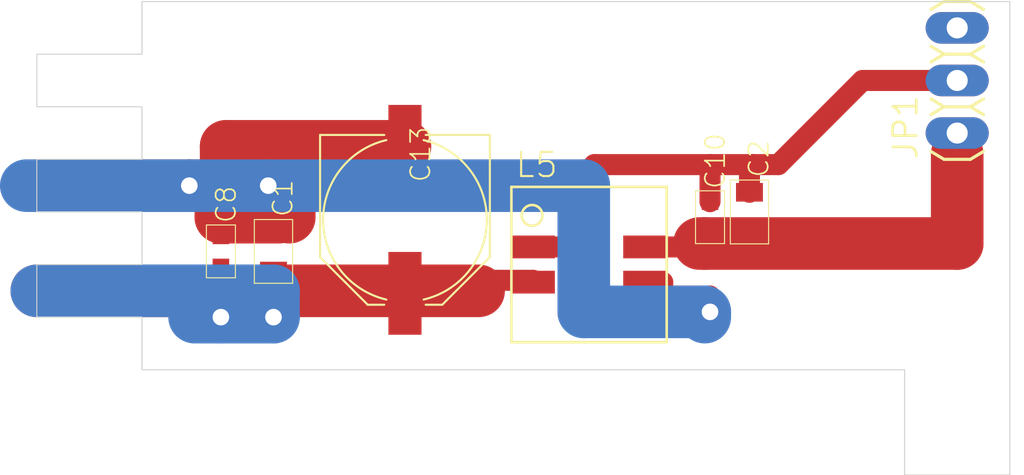
<source format=kicad_pcb>
(kicad_pcb (version 20211014) (generator pcbnew)
  (layers (0 "F.Cu" signal) (31 "B.Cu" signal) (34 "B.Paste" user) (35 "F.Paste" user) (36 "B.SilkS" user "B.Silkscreen") (37 "F.SilkS" user "F.Silkscreen") (38 "B.Mask" user) (39 "F.Mask" user) (44 "Edge.Cuts" user))
  (net 0 "")
  (net 1 "GND")
  (net 2 "V+")
  (net 3 "V-")
  (net 4 "+15V")
  (net 5 "N$2")
  (footprint "FilterSupplySingle:MSD7342" (layer "F.Cu") (at 151.6761 106.2736)
    (fp_text reference "L5" (at -3.625 -4.125) (layer "F.SilkS") (effects (font (size 1.1684 1.1684) (thickness 0.1016)) (justify left bottom)))
    (fp_text value "" hide)
    (fp_line (start -3.75 -3.75) (end 3.75 -3.75) (layer "F.SilkS") (width 0.127))
    (fp_line (start -3.75 3.75) (end -3.75 -3.75) (layer "F.SilkS") (width 0.127))
    (fp_line (start 3.75 3.75) (end -3.75 3.75) (layer "F.SilkS") (width 0.127))
    (fp_line (start 3.75 -3.75) (end 3.75 3.75) (layer "F.SilkS") (width 0.127))
    (fp_circle (center -2.75 -2.375) (end -2.25 -2.375) (layer "F.SilkS") (width 0.127) (fill none))
    (pad "1" smd rect (at -2.7 -0.85) (size 2.1 1.1) (layers "F.Cu" "F.Paste" "F.Mask") (net 1 "GND"))
    (pad "2" smd rect (at -2.7 0.85) (size 2.1 1.1) (layers "F.Cu" "F.Paste" "F.Mask") (net 4 "+15V"))
    (pad "3" smd rect (at 2.7 0.85) (size 2.1 1.1) (layers "F.Cu" "F.Paste" "F.Mask") (net 5 "N$2"))
    (pad "4" smd rect (at 2.7 -0.85) (size 2.1 1.1) (layers "F.Cu" "F.Paste" "F.Mask") (net 2 "V+"))
  )
  (footprint "" (layer "F.Cu") (at 169.4561 113.8936)
    (fp_text reference "@HOLE0" hide)
    (fp_text value "" (at 0 0) (layer "F.SilkS") (effects (font (size 1.27 1.27))))
    (pad "" np_thru_hole circle (at 0 0) (size 3.175 3.175) (drill 3.175) (layers *.Cu *.Mask))
  )
  (footprint "FilterSupplySingle:C_MLCC_0805" (layer "F.Cu") (at 136.4361 105.6386 -90)
    (fp_text reference "C1" (at -1.6 -1 -90) (layer "F.SilkS") (effects (font (size 0.93472 0.93472) (thickness 0.08128)) (justify left bottom)))
    (fp_text value "" hide)
    (fp_line (start 1.54 -0.925) (end 1.54 0.925) (layer "F.SilkS") (width 0.05))
    (fp_line (start 1.54 0.925) (end -1.54 0.925) (layer "F.SilkS") (width 0.05))
    (fp_line (start -1.54 -0.925) (end 1.54 -0.925) (layer "F.SilkS") (width 0.05))
    (fp_line (start -1.54 0.925) (end -1.54 -0.925) (layer "F.SilkS") (width 0.05))
    (pad "P$1" smd rect (at -0.95 0 270) (size 0.9 1.3) (layers "F.Cu" "F.Paste" "F.Mask") (net 5 "N$2"))
    (pad "P$2" smd rect (at 0.95 0 270) (size 0.9 1.3) (layers "F.Cu" "F.Paste" "F.Mask") (net 4 "+15V"))
  )
  (footprint "FilterSupplySingle:C_MLCC_0603" (layer "F.Cu") (at 157.5181 103.9876 -90)
    (fp_text reference "C10" (at -1.3 -0.8 -90) (layer "F.SilkS") (effects (font (size 0.93472 0.93472) (thickness 0.08128)) (justify left bottom)))
    (fp_text value "" hide)
    (fp_line (start 1.275 -0.7) (end -1.275 -0.7) (layer "F.SilkS") (width 0.05))
    (fp_line (start -1.275 -0.7) (end -1.275 0.7) (layer "F.SilkS") (width 0.05))
    (fp_line (start -1.275 0.7) (end 1.275 0.7) (layer "F.SilkS") (width 0.05))
    (fp_line (start 1.275 0.7) (end 1.275 -0.7) (layer "F.SilkS") (width 0.05))
    (pad "P$1" smd rect (at -0.75 0 270) (size 0.8 0.8) (layers "F.Cu" "F.Paste" "F.Mask") (net 1 "GND"))
    (pad "P$2" smd rect (at 0.75 0 270) (size 0.8 0.8) (layers "F.Cu" "F.Paste" "F.Mask") (net 2 "V+"))
  )
  (footprint "FilterSupplySingle:C_MLCC_0603" (layer "F.Cu") (at 133.8961 105.6386 -90)
    (fp_text reference "C8" (at -1.3 -0.8 -90) (layer "F.SilkS") (effects (font (size 0.93472 0.93472) (thickness 0.08128)) (justify left bottom)))
    (fp_text value "" hide)
    (fp_line (start 1.275 -0.7) (end -1.275 -0.7) (layer "F.SilkS") (width 0.05))
    (fp_line (start -1.275 0.7) (end 1.275 0.7) (layer "F.SilkS") (width 0.05))
    (fp_line (start -1.275 -0.7) (end -1.275 0.7) (layer "F.SilkS") (width 0.05))
    (fp_line (start 1.275 0.7) (end 1.275 -0.7) (layer "F.SilkS") (width 0.05))
    (pad "P$1" smd rect (at -0.75 0 270) (size 0.8 0.8) (layers "F.Cu" "F.Paste" "F.Mask") (net 5 "N$2"))
    (pad "P$2" smd rect (at 0.75 0 270) (size 0.8 0.8) (layers "F.Cu" "F.Paste" "F.Mask") (net 4 "+15V"))
  )
  (footprint "FilterSupplySingle:C_MLCC_0805" (layer "F.Cu") (at 159.4231 103.7336 -90)
    (fp_text reference "C2" (at -1.6 -1 -90) (layer "F.SilkS") (effects (font (size 0.93472 0.93472) (thickness 0.08128)) (justify left bottom)))
    (fp_text value "" hide)
    (fp_line (start 1.54 -0.925) (end 1.54 0.925) (layer "F.SilkS") (width 0.05))
    (fp_line (start -1.54 -0.925) (end 1.54 -0.925) (layer "F.SilkS") (width 0.05))
    (fp_line (start 1.54 0.925) (end -1.54 0.925) (layer "F.SilkS") (width 0.05))
    (fp_line (start -1.54 0.925) (end -1.54 -0.925) (layer "F.SilkS") (width 0.05))
    (pad "P$1" smd rect (at -0.95 0 270) (size 0.9 1.3) (layers "F.Cu" "F.Paste" "F.Mask") (net 1 "GND"))
    (pad "P$2" smd rect (at 0.95 0 270) (size 0.9 1.3) (layers "F.Cu" "F.Paste" "F.Mask") (net 2 "V+"))
  )
  (footprint "FilterSupplySingle:1X03" (layer "F.Cu") (at 169.4561 97.3836 90)
    (fp_text reference "JP1" (at -3.8862 -1.8288 90) (layer "F.SilkS") (effects (font (size 1.143 1.143) (thickness 0.127)) (justify left bottom)))
    (fp_text value "")
    (fp_line (start 1.27 -0.635) (end 1.27 0.635) (layer "F.SilkS") (width 0.1524))
    (fp_line (start 3.81 -0.635) (end 3.81 0.635) (layer "F.SilkS") (width 0.1524))
    (fp_line (start 3.81 0.635) (end 3.429 1.27) (layer "F.SilkS") (width 0.1524))
    (fp_line (start -1.651 -1.27) (end -1.27 -0.635) (layer "F.SilkS") (width 0.1524))
    (fp_line (start -1.27 0.635) (end -1.651 1.27) (layer "F.SilkS") (width 0.1524))
    (fp_line (start -0.889 1.27) (end -1.27 0.635) (layer "F.SilkS") (width 0.1524))
    (fp_line (start -3.81 -0.635) (end -3.81 0.635) (layer "F.SilkS") (width 0.1524))
    (fp_line (start 0.889 -1.27) (end 1.27 -0.635) (layer "F.SilkS") (width 0.1524))
    (fp_line (start -1.27 -0.635) (end -0.889 -1.27) (layer "F.SilkS") (width 0.1524))
    (fp_line (start -1.27 -0.635) (end -1.27 0.635) (layer "F.SilkS") (width 0.1524))
    (fp_line (start 3.429 -1.27) (end 3.81 -0.635) (layer "F.SilkS") (width 0.1524))
    (fp_line (start -3.81 0.635) (end -3.429 1.27) (layer "F.SilkS") (width 0.1524))
    (fp_line (start 1.27 0.635) (end 0.889 1.27) (layer "F.SilkS") (width 0.1524))
    (fp_line (start 1.651 1.27) (end 1.27 0.635) (layer "F.SilkS") (width 0.1524))
    (fp_line (start 1.27 -0.635) (end 1.651 -1.27) (layer "F.SilkS") (width 0.1524))
    (fp_line (start -3.429 -1.27) (end -3.81 -0.635) (layer "F.SilkS") (width 0.1524))
    (pad "1" thru_hole oval (at -2.54 0 180) (size 3.048 1.524) (drill 1.016) (layers *.Cu *.Mask) (net 2 "V+"))
    (pad "2" thru_hole oval (at 0 0 180) (size 3.048 1.524) (drill 1.016) (layers *.Cu *.Mask) (net 1 "GND"))
    (pad "3" thru_hole oval (at 2.54 0 180) (size 3.048 1.524) (drill 1.016) (layers *.Cu *.Mask) (net 3 "V-"))
  )
  (footprint "FilterSupplySingle:PANASONIC_F" (layer "F.Cu") (at 142.7861 104.1146 -90)
    (fp_text reference "C13" (at -1.75 -1.3 -90) (layer "F.SilkS") (effects (font (size 0.93472 0.93472) (thickness 0.08128)) (justify left bottom)))
    (fp_text value "")
    (fp_line (start 4.1 -1.8) (end 4.1 -1) (layer "F.SilkS") (width 0.1016))
    (fp_line (start -4.1 4.1) (end -4.1 1) (layer "F.SilkS") (width 0.1016))
    (fp_line (start 4.1 1) (end 4.1 1.8) (layer "F.SilkS") (width 0.1016))
    (fp_line (start 4.1 1.8) (end 1.8 4.1) (layer "F.SilkS") (width 0.1016))
    (fp_line (start 1.8 -4.1) (end 4.1 -1.8) (layer "F.SilkS") (width 0.1016))
    (fp_line (start 1.8 4.1) (end -4.1 4.1) (layer "F.SilkS") (width 0.1016))
    (fp_line (start -4.1 -1) (end -4.1 -4.1) (layer "F.SilkS") (width 0.1016))
    (fp_line (start -4.1 -4.1) (end 1.8 -4.1) (layer "F.SilkS") (width 0.1016))
    (fp_arc (start 3.85 0.9) (mid 0 3.953796) (end -3.85 0.9) (layer "F.SilkS") (width 0.1016))
    (fp_arc (start -3.85 -0.9) (mid 0 -3.953796) (end 3.85 -0.9) (layer "F.SilkS") (width 0.1016))
    (pad "+" smd rect (at 3.55 0 270) (size 4 1.6) (layers "F.Cu" "F.Paste" "F.Mask") (net 4 "+15V"))
    (pad "-" smd rect (at -3.55 0 270) (size 4 1.6) (layers "F.Cu" "F.Paste" "F.Mask") (net 5 "N$2"))
  )
  (gr_line (start 130.0861 106.2736) (end 125.0061 106.2736) (layer "Edge.Cuts") (width 0.05))
  (gr_line (start 125.0061 96.1136) (end 125.0061 98.6536) (layer "Edge.Cuts") (width 0.05))
  (gr_line (start 125.0061 101.1936) (end 125.0061 103.7336) (layer "Edge.Cuts") (width 0.05))
  (gr_line (start 125.0061 98.6536) (end 130.0861 98.6536) (layer "Edge.Cuts") (width 0.05))
  (gr_line (start 130.0861 103.7336) (end 130.0861 106.2736) (layer "Edge.Cuts") (width 0.05))
  (gr_line (start 130.0861 96.1136) (end 130.0861 93.5736) (layer "Edge.Cuts") (width 0.05))
  (gr_line (start 125.0061 108.8136) (end 130.0861 108.8136) (layer "Edge.Cuts") (width 0.05))
  (gr_line (start 125.0061 103.7336) (end 130.0861 103.7336) (layer "Edge.Cuts") (width 0.05))
  (gr_line (start 166.9161 111.3536) (end 166.9161 116.4336) (layer "Edge.Cuts") (width 0.05))
  (gr_line (start 130.0861 93.5736) (end 171.9961 93.5736) (layer "Edge.Cuts") (width 0.05))
  (gr_line (start 130.0861 108.8136) (end 130.0861 111.3536) (layer "Edge.Cuts") (width 0.05))
  (gr_line (start 130.0861 111.3536) (end 166.9161 111.3536) (layer "Edge.Cuts") (width 0.05))
  (gr_line (start 130.0861 98.6536) (end 130.0861 101.1936) (layer "Edge.Cuts") (width 0.05))
  (gr_line (start 130.0861 101.1936) (end 125.0061 101.1936) (layer "Edge.Cuts") (width 0.05))
  (gr_line (start 171.9961 93.5736) (end 171.9961 116.4336) (layer "Edge.Cuts") (width 0.05))
  (gr_line (start 166.9161 116.4336) (end 171.9961 116.4336) (layer "Edge.Cuts") (width 0.05))
  (gr_line (start 125.0061 106.2736) (end 125.0061 108.8136) (layer "Edge.Cuts") (width 0.05))
  (gr_line (start 125.0061 96.1136) (end 130.0861 96.1136) (layer "Edge.Cuts") (width 0.05))
  (segment (start 157.5181 103.2376) (end 157.5181 101.4476) (width 1.016) (layer "F.Cu") (net 1))
  (segment (start 150.7481 105.4236) (end 151.6761 104.4956) (width 1.016) (layer "F.Cu") (net 1))
  (segment (start 151.6761 101.7016) (end 151.9301 101.4476) (width 1.016) (layer "F.Cu") (net 1))
  (segment (start 157.5181 101.4476) (end 159.5501 101.4476) (width 1.016) (layer "F.Cu") (net 1))
  (segment (start 159.4231 102.7836) (end 159.4231 101.5746) (width 1.016) (layer "F.Cu") (net 1))
  (segment (start 159.5501 101.4476) (end 160.8201 101.4476) (width 1.016) (layer "F.Cu") (net 1))
  (segment (start 148.9761 105.4236) (end 150.7481 105.4236) (width 1.016) (layer "F.Cu") (net 1))
  (segment (start 151.9301 101.4476) (end 157.5181 101.4476) (width 1.016) (layer "F.Cu") (net 1))
  (segment (start 151.6761 104.4956) (end 151.6761 101.7016) (width 1.016) (layer "F.Cu") (net 1))
  (segment (start 164.8841 97.3836) (end 169.4561 97.3836) (width 1.016) (layer "F.Cu") (net 1))
  (segment (start 159.4231 101.5746) (end 159.5501 101.4476) (width 1.016) (layer "F.Cu") (net 1))
  (segment (start 160.8201 101.4476) (end 164.8841 97.3836) (width 1.016) (layer "F.Cu") (net 1))
  (segment (start 157.8381 104.6836) (end 157.5181 105.0036) (width 1.016) (layer "F.Cu") (net 2))
  (segment (start 157.5181 104.7376) (end 157.5181 105.0036) (width 1.016) (layer "F.Cu") (net 2))
  (segment (start 157.5181 105.0036) (end 157.2641 105.2576) (width 1.016) (layer "F.Cu") (net 2))
  (segment (start 169.4561 100.9396) (end 169.4561 99.9236) (width 1.016) (layer "F.Cu") (net 2))
  (segment (start 156.5021 105.4236) (end 157.0101 105.2576) (width 1.016) (layer "F.Cu") (net 2))
  (segment (start 154.3761 105.4236) (end 156.5021 105.4236) (width 1.016) (layer "F.Cu") (net 2))
  (segment (start 169.4561 105.2576) (end 169.4561 100.9396) (width 2.54) (layer "F.Cu") (net 2))
  (segment (start 157.2641 105.2576) (end 169.4561 105.2576) (width 2.54) (layer "F.Cu") (net 2))
  (segment (start 157.0101 105.2576) (end 157.2641 105.2576) (width 2.54) (layer "F.Cu") (net 2))
  (segment (start 159.4231 104.6836) (end 157.8381 104.6836) (width 1.016) (layer "F.Cu") (net 2))
  (segment (start 142.9071 107.5436) (end 142.7861 107.6646) (width 1.016) (layer "F.Cu") (net 4))
  (segment (start 136.4361 106.5886) (end 136.4361 108.8136) (width 0.508) (layer "F.Cu") (net 4))
  (segment (start 146.3421 107.5436) (end 146.3421 107.0356) (width 1.016) (layer "F.Cu") (net 4))
  (segment (start 146.3421 107.0356) (end 148.9761 107.0356) (width 1.016) (layer "F.Cu") (net 4))
  (segment (start 146.3421 107.5436) (end 142.9071 107.5436) (width 1.016) (layer "F.Cu") (net 4))
  (segment (start 125.0061 107.5436) (end 146.3421 107.5436) (width 2.54) (layer "F.Cu") (net 4))
  (segment (start 148.9761 107.0356) (end 148.9761 107.1236) (width 1.016) (layer "F.Cu") (net 4))
  (segment (start 133.8961 106.3886) (end 133.8961 108.8136) (width 0.508) (layer "F.Cu") (net 4))
  (via (at 136.4361 108.8136) (size 1.2064) (drill 0.8) (layers "F.Cu" "B.Cu") (net 4))
  (via (at 133.8961 108.8136) (size 1.2064) (drill 0.8) (layers "F.Cu" "B.Cu") (net 4))
  (segment (start 136.4361 107.5436) (end 132.6261 107.5436) (width 2.54) (layer "B.Cu") (net 4))
  (segment (start 132.6261 107.5436) (end 133.8961 108.8136) (width 2.54) (layer "B.Cu") (net 4))
  (segment (start 133.8961 108.8136) (end 132.6261 108.8136) (width 2.54) (layer "B.Cu") (net 4))
  (segment (start 136.4361 108.8136) (end 136.4361 107.5436) (width 2.54) (layer "B.Cu") (net 4))
  (segment (start 125.0061 107.5436) (end 132.6261 107.5436) (width 2.54) (layer "B.Cu") (net 4))
  (segment (start 133.8961 108.8136) (end 136.4361 108.8136) (width 2.54) (layer "B.Cu") (net 4))
  (segment (start 125.0061 102.4636) (end 132.3721 102.4636) (width 2.54) (layer "F.Cu") (net 5))
  (segment (start 136.4361 104.6886) (end 136.4361 103.9876) (width 0.508) (layer "F.Cu") (net 5))
  (segment (start 135.6741 102.7176) (end 136.1821 102.7176) (width 2.54) (layer "F.Cu") (net 5))
  (segment (start 135.6741 103.9876) (end 135.6741 102.7176) (width 2.54) (layer "F.Cu") (net 5))
  (segment (start 133.8961 103.9876) (end 135.6741 103.9876) (width 2.54) (layer "F.Cu") (net 5))
  (segment (start 155.2321 107.7976) (end 157.5181 107.7976) (width 1.016) (layer "F.Cu") (net 5))
  (segment (start 155.2321 107.1236) (end 155.2321 107.7976) (width 1.016) (layer "F.Cu") (net 5))
  (segment (start 136.4361 103.9876) (end 135.6741 103.9876) (width 2.54) (layer "F.Cu") (net 5))
  (segment (start 134.1501 102.4636) (end 133.8961 102.4636) (width 2.54) (layer "F.Cu") (net 5))
  (segment (start 154.3761 107.1236) (end 155.2321 107.1236) (width 1.016) (layer "F.Cu") (net 5))
  (segment (start 136.6901 103.9876) (end 136.4361 103.9876) (width 2.54) (layer "F.Cu") (net 5))
  (segment (start 132.3721 102.4636) (end 133.8961 102.4636) (width 2.54) (layer "F.Cu") (net 5))
  (segment (start 136.1821 102.4636) (end 136.1821 101.1936) (width 2.54) (layer "F.Cu") (net 5))
  (segment (start 133.8961 102.4636) (end 133.8961 103.9876) (width 2.54) (layer "F.Cu") (net 5))
  (segment (start 137.1981 101.1936) (end 137.1981 103.9876) (width 2.54) (layer "F.Cu") (net 5))
  (segment (start 136.1821 101.1936) (end 137.1981 101.1936) (width 2.54) (layer "F.Cu") (net 5))
  (segment (start 136.1821 102.7176) (end 136.1821 102.4636) (width 2.54) (layer "F.Cu") (net 5))
  (segment (start 134.1501 100.5646) (end 134.1501 102.4636) (width 2.54) (layer "F.Cu") (net 5))
  (segment (start 157.5181 107.7976) (end 157.5181 108.5596) (width 1.016) (layer "F.Cu") (net 5))
  (segment (start 142.7861 100.5646) (end 134.1501 100.5646) (width 2.54) (layer "F.Cu") (net 5))
  (segment (start 133.8961 104.8886) (end 133.8961 103.9876) (width 0.508) (layer "F.Cu") (net 5))
  (via (at 132.3721 102.4636) (size 1.2064) (drill 0.8) (layers "F.Cu" "B.Cu") (net 5))
  (via (at 136.1821 102.4636) (size 1.2064) (drill 0.8) (layers "F.Cu" "B.Cu") (net 5))
  (via (at 157.5181 108.5596) (size 1.2064) (drill 0.8) (layers "F.Cu" "B.Cu") (net 5))
  (segment (start 151.4221 102.4636) (end 151.4221 108.5596) (width 2.54) (layer "B.Cu") (net 5))
  (segment (start 136.1821 102.4636) (end 151.4221 102.4636) (width 2.54) (layer "B.Cu") (net 5))
  (segment (start 157.2641 108.5596) (end 157.2641 108.8136) (width 2.54) (layer "B.Cu") (net 5))
  (segment (start 151.4221 108.5596) (end 157.2641 108.5596) (width 2.54) (layer "B.Cu") (net 5))
  (segment (start 157.0101 108.5596) (end 157.0101 108.8136) (width 1.016) (layer "B.Cu") (net 5))
  (segment (start 157.5181 108.5596) (end 157.0101 108.5596) (width 1.016) (layer "B.Cu") (net 5))
  (segment (start 132.3721 102.4636) (end 136.1821 102.4636) (width 2.54) (layer "B.Cu") (net 5))
  (segment (start 124.4981 102.4636) (end 132.3721 102.4636) (width 2.54) (layer "B.Cu") (net 5))
)
</source>
